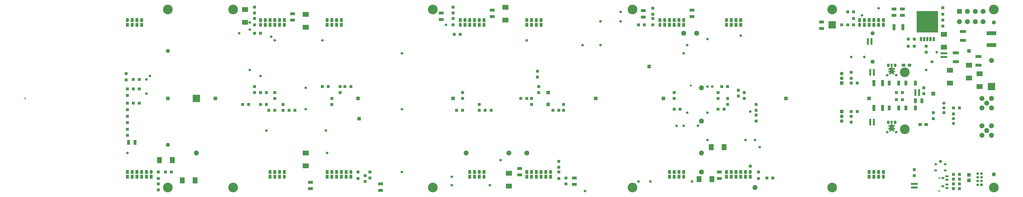
<source format=gts>
*%FSLAX24Y24*%
*%MOIN*%
G01*
%ADD11C,0.0000*%
%ADD12C,0.0050*%
%ADD13C,0.0060*%
%ADD14C,0.0070*%
%ADD15C,0.0073*%
%ADD16C,0.0079*%
%ADD17C,0.0080*%
%ADD18C,0.0098*%
%ADD19C,0.0100*%
%ADD20C,0.0120*%
%ADD21C,0.0140*%
%ADD22C,0.0160*%
%ADD23C,0.0180*%
%ADD24C,0.0180*%
%ADD25C,0.0200*%
%ADD26C,0.0200*%
%ADD27C,0.0250*%
%ADD28C,0.0260*%
%ADD29C,0.0300*%
%ADD30C,0.0300*%
%ADD31C,0.0320*%
%ADD32C,0.0320*%
%ADD33C,0.0340*%
%ADD34C,0.0360*%
%ADD35C,0.0380*%
%ADD36C,0.0394*%
%ADD37C,0.0400*%
%ADD38C,0.0400*%
%ADD39C,0.0434*%
%ADD40C,0.0440*%
%ADD41C,0.0450*%
%ADD42C,0.0500*%
%ADD43C,0.0500*%
%ADD44C,0.0520*%
%ADD45C,0.0540*%
%ADD46C,0.0560*%
%ADD47O,0.0560X0.0850*%
%ADD48C,0.0580*%
%ADD49C,0.0600*%
%ADD50O,0.0600X0.0890*%
%ADD51C,0.0620*%
%ADD52C,0.0640*%
%ADD53C,0.0670*%
%ADD54C,0.0680*%
%ADD55C,0.0700*%
%ADD56C,0.0740*%
%ADD57C,0.0760*%
%ADD58C,0.0800*%
%ADD59C,0.0800*%
%ADD60C,0.0820*%
%ADD61C,0.0827*%
%ADD62C,0.0840*%
%ADD63C,0.0870*%
%ADD64C,0.0900*%
%ADD65C,0.1000*%
%ADD66C,0.1000*%
%ADD67C,0.1040*%
%ADD68C,0.1200*%
%ADD69C,0.1250*%
%ADD70C,0.1500*%
%ADD71C,0.1516*%
%ADD72C,0.1516*%
%ADD73C,0.2000*%
%ADD74C,0.2040*%
%ADD75C,0.2500*%
%ADD76R,0.0200X0.0200*%
%ADD77R,0.0200X0.0500*%
%ADD78R,0.0200X0.0650*%
%ADD79R,0.0200X0.1600*%
%ADD80R,0.0280X0.0600*%
%ADD81R,0.0300X0.0300*%
%ADD82R,0.0320X0.0640*%
%ADD83R,0.0350X0.0550*%
%ADD84R,0.0350X0.0800*%
%ADD85R,0.0360X0.0600*%
%ADD86R,0.0360X0.1300*%
%ADD87R,0.0400X0.0400*%
%ADD88R,0.0400X0.0640*%
%ADD89R,0.0400X0.1350*%
%ADD90R,0.0420X0.0850*%
%ADD91R,0.0440X0.1390*%
%ADD92R,0.0460X0.0890*%
%ADD93R,0.0500X0.0400*%
%ADD94R,0.0500X0.0500*%
%ADD95R,0.0500X0.0500*%
%ADD96R,0.0500X0.1200*%
%ADD97R,0.0540X0.0440*%
%ADD98R,0.0540X0.0540*%
%ADD99R,0.0540X0.0960*%
%ADD100R,0.0550X0.0650*%
%ADD101R,0.0551X0.0394*%
%ADD102R,0.0551X0.1417*%
%ADD103R,0.0560X0.0750*%
%ADD104R,0.0591X0.0984*%
%ADD105R,0.0591X0.0434*%
%ADD106R,0.0600X0.0600*%
%ADD107R,0.0600X0.0600*%
%ADD108R,0.0600X0.0790*%
%ADD109R,0.0600X0.1000*%
%ADD110R,0.0600X0.1250*%
%ADD111R,0.0631X0.1024*%
%ADD112R,0.0640X0.0640*%
%ADD113R,0.0640X0.1040*%
%ADD114R,0.0640X0.1290*%
%ADD115R,0.0700X0.0600*%
%ADD116R,0.0700X0.0700*%
%ADD117R,0.0700X0.0700*%
%ADD118R,0.0740X0.0640*%
%ADD119R,0.0740X0.0740*%
%ADD120R,0.0750X0.0750*%
%ADD121R,0.0790X0.0790*%
%ADD122R,0.0800X0.0800*%
%ADD123R,0.0800X0.0800*%
%ADD124R,0.0800X0.1250*%
%ADD125R,0.0840X0.0840*%
%ADD126R,0.0850X0.0500*%
%ADD127R,0.0890X0.0540*%
%ADD128R,0.0960X0.0540*%
%ADD129R,0.0960X0.1220*%
%ADD130R,0.1000X0.0600*%
%ADD131R,0.1000X0.1000*%
%ADD132R,0.1000X0.1250*%
%ADD133R,0.1040X0.0640*%
%ADD134R,0.1040X0.1040*%
%ADD135R,0.1040X0.1290*%
%ADD136R,0.1102X0.0394*%
%ADD137R,0.1200X0.0500*%
%ADD138R,0.1200X0.0950*%
%ADD139R,0.1200X0.1000*%
%ADD140R,0.1220X0.0960*%
%ADD141R,0.1250X0.0600*%
%ADD142R,0.1250X0.1000*%
%ADD143R,0.1290X0.0640*%
%ADD144R,0.1290X0.1040*%
%ADD145R,0.1300X0.0360*%
%ADD146R,0.1350X0.0400*%
%ADD147R,0.1390X0.0440*%
%ADD148R,0.1500X0.1500*%
%ADD149R,0.1540X0.1540*%
%ADD150R,0.1600X0.1600*%
%ADD151R,0.1700X0.1700*%
%ADD152R,0.1800X0.1800*%
%ADD153R,0.1900X0.0700*%
%ADD154R,0.1900X0.1900*%
%ADD155R,0.2000X0.0750*%
%ADD156R,0.2000X0.2000*%
%ADD157R,0.2040X0.0790*%
%ADD158R,0.2100X0.2100*%
%ADD159R,0.2200X0.2200*%
%ADD160R,0.2300X0.2300*%
%ADD161R,0.2400X0.1800*%
%ADD162R,0.2500X0.2500*%
D11*
X234140Y85810D02*
D03*
X231390Y86560D02*
D03*
Y85060D02*
D03*
Y81810D02*
D03*
X232390Y65560D02*
D03*
X231640Y60810D02*
D03*
X230390Y90060D02*
D03*
Y58810D02*
D03*
Y62810D02*
D03*
X229640Y97310D02*
D03*
Y95060D02*
D03*
X229890Y73810D02*
D03*
Y78810D02*
D03*
X229640Y68060D02*
D03*
X227840Y97360D02*
D03*
X228390Y91560D02*
D03*
X227890Y95060D02*
D03*
X228390Y89560D02*
D03*
X227140Y76060D02*
D03*
Y77810D02*
D03*
Y72060D02*
D03*
Y70310D02*
D03*
X228640Y65810D02*
D03*
X227140Y61810D02*
D03*
Y60310D02*
D03*
Y58810D02*
D03*
X228890Y61060D02*
D03*
X226140Y95060D02*
D03*
X225890Y83060D02*
D03*
X225640Y88810D02*
D03*
X225140Y69060D02*
D03*
Y67560D02*
D03*
Y66060D02*
D03*
X223390Y93810D02*
D03*
X224140Y80060D02*
D03*
X223640Y72060D02*
D03*
X223140Y58310D02*
D03*
X222890Y89560D02*
D03*
X222640Y83060D02*
D03*
X222890Y77810D02*
D03*
X222390Y73310D02*
D03*
Y60310D02*
D03*
X222640Y62060D02*
D03*
X220390Y95560D02*
D03*
X221140D02*
D03*
X221040Y91810D02*
D03*
X219640Y81810D02*
D03*
X219390Y95560D02*
D03*
X219990Y91860D02*
D03*
X220640Y77560D02*
D03*
X219640Y69060D02*
D03*
Y66060D02*
D03*
X219890Y67560D02*
D03*
X220390Y62060D02*
D03*
Y60310D02*
D03*
X219640Y59060D02*
D03*
X218390Y95560D02*
D03*
X218740Y91810D02*
D03*
X217640D02*
D03*
X217890Y84060D02*
D03*
X218140Y85560D02*
D03*
X217640Y95560D02*
D03*
X218640Y89560D02*
D03*
X217890Y88060D02*
D03*
X218390Y76060D02*
D03*
X217390Y60810D02*
D03*
X216390Y82560D02*
D03*
X216640Y93560D02*
D03*
X215890Y92560D02*
D03*
X217140Y73310D02*
D03*
X216890Y71810D02*
D03*
X215890Y60810D02*
D03*
X215140Y59060D02*
D03*
X213890Y85810D02*
D03*
Y67560D02*
D03*
Y69060D02*
D03*
X214140Y66060D02*
D03*
Y63060D02*
D03*
X212390Y91310D02*
D03*
X211890Y85560D02*
D03*
X213140Y88310D02*
D03*
X211890Y69060D02*
D03*
X212140Y66060D02*
D03*
X211390Y61060D02*
D03*
X211140Y97060D02*
D03*
X210140Y88310D02*
D03*
X210890Y79310D02*
D03*
X210740Y77010D02*
D03*
X210140Y73560D02*
D03*
Y72060D02*
D03*
X211140Y63060D02*
D03*
X208240Y77110D02*
D03*
X207640Y79310D02*
D03*
Y69060D02*
D03*
X207140Y82110D02*
D03*
X206140Y85810D02*
D03*
X207390Y67560D02*
D03*
X206090Y70560D02*
D03*
X205890Y63310D02*
D03*
X203890Y90310D02*
D03*
X204140Y82310D02*
D03*
Y84310D02*
D03*
X205440Y73510D02*
D03*
X204640Y68310D02*
D03*
X204890Y61310D02*
D03*
X205390Y58310D02*
D03*
X202740Y85810D02*
D03*
X202640Y94310D02*
D03*
X202690Y75760D02*
D03*
X202890Y77560D02*
D03*
X203140Y66810D02*
D03*
X201640Y68310D02*
D03*
Y63560D02*
D03*
Y65310D02*
D03*
X200890Y97060D02*
D03*
X201190Y70510D02*
D03*
X200140Y66810D02*
D03*
X200890Y60060D02*
D03*
X201140Y58560D02*
D03*
X199140Y69810D02*
D03*
X198890Y75910D02*
D03*
Y77560D02*
D03*
Y73060D02*
D03*
Y74560D02*
D03*
X198140Y97060D02*
D03*
Y89560D02*
D03*
Y83560D02*
D03*
Y82060D02*
D03*
X197890Y80560D02*
D03*
X198640Y63560D02*
D03*
Y65310D02*
D03*
X197890Y60310D02*
D03*
Y58560D02*
D03*
X196890Y86560D02*
D03*
Y88060D02*
D03*
Y85060D02*
D03*
X197140Y70060D02*
D03*
Y66810D02*
D03*
X194390Y94060D02*
D03*
X195640Y71310D02*
D03*
Y68310D02*
D03*
X193890Y77810D02*
D03*
X194140Y66060D02*
D03*
Y70060D02*
D03*
Y68310D02*
D03*
X195640Y65060D02*
D03*
X193890Y63560D02*
D03*
X194640Y61060D02*
D03*
X192640Y91060D02*
D03*
X193640Y75910D02*
D03*
Y74610D02*
D03*
X193690Y73260D02*
D03*
X192640Y71310D02*
D03*
Y68310D02*
D03*
Y65060D02*
D03*
X190640Y94060D02*
D03*
X191090Y70060D02*
D03*
X191140Y66160D02*
D03*
X191540Y73260D02*
D03*
X191140Y68310D02*
D03*
X190390Y60560D02*
D03*
X189390Y82060D02*
D03*
Y83560D02*
D03*
X188640Y91060D02*
D03*
X189390Y85060D02*
D03*
Y86560D02*
D03*
Y88060D02*
D03*
X189140Y80560D02*
D03*
X189640Y71310D02*
D03*
Y68310D02*
D03*
X188140Y70060D02*
D03*
Y68310D02*
D03*
X189640Y65060D02*
D03*
X188390Y63310D02*
D03*
X186640Y89810D02*
D03*
Y94060D02*
D03*
Y71310D02*
D03*
Y68310D02*
D03*
X187890Y60310D02*
D03*
X186640Y65060D02*
D03*
X184640Y91060D02*
D03*
X185190Y75910D02*
D03*
Y73260D02*
D03*
Y74710D02*
D03*
X185390Y78060D02*
D03*
X185140Y70060D02*
D03*
Y68310D02*
D03*
X184890Y66810D02*
D03*
Y65060D02*
D03*
X183140Y68060D02*
D03*
X183890Y63560D02*
D03*
X182640Y94310D02*
D03*
X182890Y72060D02*
D03*
Y78060D02*
D03*
X180390Y82060D02*
D03*
X181140Y75810D02*
D03*
X180640Y73810D02*
D03*
Y71560D02*
D03*
X180540Y68010D02*
D03*
X180390Y80560D02*
D03*
X179140Y86560D02*
D03*
Y83560D02*
D03*
X178140Y82310D02*
D03*
X179390Y89560D02*
D03*
X179640Y77310D02*
D03*
X178640Y73810D02*
D03*
Y71560D02*
D03*
X178140Y67560D02*
D03*
X179640Y63810D02*
D03*
Y65560D02*
D03*
X176890Y89810D02*
D03*
X177640Y85060D02*
D03*
Y88310D02*
D03*
X176640Y77310D02*
D03*
X176240Y74210D02*
D03*
X175390Y89560D02*
D03*
X176140Y94310D02*
D03*
X175890Y85060D02*
D03*
X176140Y71560D02*
D03*
X175140Y68560D02*
D03*
X174640Y74110D02*
D03*
Y72560D02*
D03*
X174890Y70060D02*
D03*
X175390Y59560D02*
D03*
X175140Y65560D02*
D03*
Y64060D02*
D03*
X173140Y91060D02*
D03*
X173890Y93060D02*
D03*
X172390Y88060D02*
D03*
Y85060D02*
D03*
Y83560D02*
D03*
Y82060D02*
D03*
Y86560D02*
D03*
X173740Y71510D02*
D03*
X172640Y60810D02*
D03*
X172140Y89560D02*
D03*
X170890Y77810D02*
D03*
Y73810D02*
D03*
X168390Y96310D02*
D03*
X170140Y69310D02*
D03*
X168890Y72810D02*
D03*
Y70310D02*
D03*
X169890Y63810D02*
D03*
X168140Y67560D02*
D03*
X167390Y85810D02*
D03*
Y79810D02*
D03*
Y69310D02*
D03*
X166140Y96560D02*
D03*
X165140Y88060D02*
D03*
Y77810D02*
D03*
Y79810D02*
D03*
Y67310D02*
D03*
X164890Y73310D02*
D03*
Y70310D02*
D03*
X165140Y63560D02*
D03*
X164140Y89810D02*
D03*
X163140Y95310D02*
D03*
X162940Y74910D02*
D03*
X163140Y73310D02*
D03*
X163390Y71810D02*
D03*
Y70310D02*
D03*
Y68810D02*
D03*
X164140Y61560D02*
D03*
X161740Y86110D02*
D03*
X161640Y67310D02*
D03*
X161890Y62810D02*
D03*
Y65560D02*
D03*
X162140Y59560D02*
D03*
X158640Y79810D02*
D03*
Y78060D02*
D03*
X158740Y58360D02*
D03*
X157390Y88060D02*
D03*
X156640Y80510D02*
D03*
X158140Y62810D02*
D03*
X155440Y78410D02*
D03*
X156140Y58310D02*
D03*
X154640Y65410D02*
D03*
Y62810D02*
D03*
X154740Y59510D02*
D03*
X154390Y84310D02*
D03*
X154440Y67310D02*
D03*
X153640Y78410D02*
D03*
X154390Y81310D02*
D03*
Y79810D02*
D03*
X153140Y62060D02*
D03*
X152640Y90060D02*
D03*
X152390Y94060D02*
D03*
X152640Y85810D02*
D03*
Y84310D02*
D03*
Y82810D02*
D03*
Y81310D02*
D03*
X151540Y65410D02*
D03*
X151640Y62810D02*
D03*
Y59510D02*
D03*
X148890Y89560D02*
D03*
Y97060D02*
D03*
Y94060D02*
D03*
Y74810D02*
D03*
Y73310D02*
D03*
Y71810D02*
D03*
Y70310D02*
D03*
Y68810D02*
D03*
Y67310D02*
D03*
X147440Y74910D02*
D03*
X147390Y58310D02*
D03*
X148390Y62560D02*
D03*
X148540Y65410D02*
D03*
X148640Y59610D02*
D03*
X146640Y85810D02*
D03*
Y84310D02*
D03*
X146040Y72410D02*
D03*
X145940Y70010D02*
D03*
Y74910D02*
D03*
X145140Y67410D02*
D03*
X146390Y60060D02*
D03*
X145240Y65410D02*
D03*
X145390Y63060D02*
D03*
X144640Y87810D02*
D03*
Y86560D02*
D03*
X143640Y92810D02*
D03*
X143890Y74060D02*
D03*
Y67560D02*
D03*
X144140Y61810D02*
D03*
X143590Y63060D02*
D03*
X141390Y94310D02*
D03*
X142440Y78510D02*
D03*
X142140Y72060D02*
D03*
X141890Y67560D02*
D03*
X140390Y97060D02*
D03*
X139640Y82810D02*
D03*
Y85810D02*
D03*
Y84310D02*
D03*
X139390Y92810D02*
D03*
X140390Y73560D02*
D03*
Y72060D02*
D03*
Y70560D02*
D03*
X140640Y69060D02*
D03*
X139640Y81310D02*
D03*
X137890Y88810D02*
D03*
X137140Y86560D02*
D03*
X138540Y67310D02*
D03*
X137640Y78210D02*
D03*
X138640Y65560D02*
D03*
X136340Y80610D02*
D03*
X136390Y65560D02*
D03*
X135390Y88810D02*
D03*
X134890Y82810D02*
D03*
Y84310D02*
D03*
Y85810D02*
D03*
Y79560D02*
D03*
X134140Y72060D02*
D03*
Y70560D02*
D03*
Y69060D02*
D03*
Y75060D02*
D03*
Y73560D02*
D03*
X132390Y97060D02*
D03*
X132890Y94560D02*
D03*
X131890Y91560D02*
D03*
X132940Y77810D02*
D03*
X132040Y67510D02*
D03*
X132390Y63810D02*
D03*
X132890Y59310D02*
D03*
X129640Y97060D02*
D03*
Y88810D02*
D03*
X129890Y85810D02*
D03*
X130390Y64060D02*
D03*
X130140Y59310D02*
D03*
X127890Y91560D02*
D03*
X128440Y75310D02*
D03*
X126640Y96060D02*
D03*
Y67810D02*
D03*
X126390Y72060D02*
D03*
Y70560D02*
D03*
X126140Y77210D02*
D03*
X126640Y64810D02*
D03*
X123390Y95810D02*
D03*
X124640Y67810D02*
D03*
X124390Y72060D02*
D03*
X124640Y69810D02*
D03*
Y64810D02*
D03*
X122640Y86060D02*
D03*
Y89060D02*
D03*
X122140Y84310D02*
D03*
Y82810D02*
D03*
X122640Y75310D02*
D03*
X122440Y68110D02*
D03*
X123240Y77210D02*
D03*
X122390Y70560D02*
D03*
Y72060D02*
D03*
X122140Y81310D02*
D03*
X122640Y64810D02*
D03*
X122140Y62810D02*
D03*
Y61310D02*
D03*
X120640Y95310D02*
D03*
X120390Y84310D02*
D03*
Y81310D02*
D03*
X120340Y79710D02*
D03*
X120240Y73610D02*
D03*
X117740Y68010D02*
D03*
X118640Y59560D02*
D03*
X117640Y65060D02*
D03*
X117140Y97310D02*
D03*
X116390Y89060D02*
D03*
X115540Y77210D02*
D03*
X115640Y75610D02*
D03*
X116640Y59560D02*
D03*
X112640Y77560D02*
D03*
Y75810D02*
D03*
X112140Y67560D02*
D03*
X112390Y79810D02*
D03*
Y62810D02*
D03*
Y61810D02*
D03*
Y60310D02*
D03*
X112140Y65060D02*
D03*
X110640Y85310D02*
D03*
X110390Y89060D02*
D03*
X109890Y91810D02*
D03*
X109640Y94310D02*
D03*
X110390Y73560D02*
D03*
X110140Y70560D02*
D03*
Y69060D02*
D03*
X109640Y72060D02*
D03*
X107840Y75110D02*
D03*
Y77310D02*
D03*
X108140Y72060D02*
D03*
X107390Y89060D02*
D03*
X107640Y91810D02*
D03*
X107140Y82310D02*
D03*
Y85060D02*
D03*
X106390Y67560D02*
D03*
X106640Y73610D02*
D03*
X106390Y65060D02*
D03*
X105690Y82210D02*
D03*
X104890Y86060D02*
D03*
X104640Y62560D02*
D03*
X103140Y83060D02*
D03*
Y86060D02*
D03*
Y87810D02*
D03*
Y81060D02*
D03*
X102740Y70010D02*
D03*
X103140Y60310D02*
D03*
X101640Y92310D02*
D03*
X100640Y67810D02*
D03*
Y77810D02*
D03*
Y64810D02*
D03*
X98140Y94310D02*
D03*
X98390Y80260D02*
D03*
X98640Y77810D02*
D03*
X99640Y60060D02*
D03*
X97640Y83060D02*
D03*
X96640Y84560D02*
D03*
X96390Y86060D02*
D03*
X96640Y81560D02*
D03*
X96390Y87560D02*
D03*
X96640Y90810D02*
D03*
X97640Y63060D02*
D03*
X94640Y91060D02*
D03*
X94890Y84560D02*
D03*
X95140Y77210D02*
D03*
Y75510D02*
D03*
Y70110D02*
D03*
Y63060D02*
D03*
Y65060D02*
D03*
X93140Y86060D02*
D03*
X93390Y83060D02*
D03*
X92840Y92210D02*
D03*
X92890Y87560D02*
D03*
X92390Y94060D02*
D03*
X93140Y78360D02*
D03*
X93340Y74910D02*
D03*
X93540Y70110D02*
D03*
X92690Y81010D02*
D03*
X92640Y76010D02*
D03*
Y77210D02*
D03*
X92140Y65060D02*
D03*
X91640Y91060D02*
D03*
X91890Y67560D02*
D03*
X91640Y70560D02*
D03*
Y71560D02*
D03*
X90140Y73710D02*
D03*
X91640Y62560D02*
D03*
X89640Y79810D02*
D03*
Y78260D02*
D03*
X89890Y60310D02*
D03*
X88390Y72060D02*
D03*
Y70560D02*
D03*
Y73560D02*
D03*
X87890Y86060D02*
D03*
Y83060D02*
D03*
X87140Y93060D02*
D03*
X87390Y95560D02*
D03*
X86640Y87560D02*
D03*
X86390Y83060D02*
D03*
X87140Y67560D02*
D03*
X87690Y79810D02*
D03*
X87640Y78310D02*
D03*
X87390Y75310D02*
D03*
X86390Y77310D02*
D03*
X87140Y64560D02*
D03*
X86040Y85910D02*
D03*
X84640Y95310D02*
D03*
X85340Y80810D02*
D03*
X84940Y68010D02*
D03*
X84390Y72060D02*
D03*
X85140Y60610D02*
D03*
X83990Y82610D02*
D03*
X84140Y79810D02*
D03*
Y78310D02*
D03*
Y77310D02*
D03*
X83890Y70560D02*
D03*
X82690Y68260D02*
D03*
X82640Y71810D02*
D03*
X81940Y87260D02*
D03*
X81640Y92310D02*
D03*
X80390Y89310D02*
D03*
X80940Y70460D02*
D03*
Y63360D02*
D03*
X80190Y82460D02*
D03*
X80040Y74710D02*
D03*
Y72510D02*
D03*
X79640Y71060D02*
D03*
Y68060D02*
D03*
X80140Y61310D02*
D03*
X78640Y65060D02*
D03*
X77690Y86760D02*
D03*
X77640Y83310D02*
D03*
X76640Y80060D02*
D03*
Y78060D02*
D03*
Y75810D02*
D03*
X77140Y60310D02*
D03*
X75640Y89310D02*
D03*
X76140Y91560D02*
D03*
X76190Y86760D02*
D03*
X75890Y73060D02*
D03*
X73890Y94310D02*
D03*
X74390Y73060D02*
D03*
Y59810D02*
D03*
X72840Y62160D02*
D03*
X71640Y89310D02*
D03*
Y85810D02*
D03*
X72140Y59810D02*
D03*
X70140Y94310D02*
D03*
X68640Y59810D02*
D03*
X67640Y89310D02*
D03*
Y83260D02*
D03*
X67390Y84560D02*
D03*
X67640Y80410D02*
D03*
X68040Y72810D02*
D03*
X66840Y70210D02*
D03*
Y76410D02*
D03*
X67890Y61560D02*
D03*
X64640Y94310D02*
D03*
Y70110D02*
D03*
X64740Y67910D02*
D03*
X64390Y92060D02*
D03*
X64590Y81760D02*
D03*
X63890Y90060D02*
D03*
X64440Y76410D02*
D03*
X63390Y62060D02*
D03*
X61640Y74310D02*
D03*
X62640Y64810D02*
D03*
X61140Y59560D02*
D03*
X61390Y61310D02*
D03*
X60390Y87310D02*
D03*
X59890Y85310D02*
D03*
X59140Y92060D02*
D03*
Y61310D02*
D03*
X58140Y67560D02*
D03*
X57890Y96560D02*
D03*
X56890Y86810D02*
D03*
X57640Y94310D02*
D03*
X56890Y81810D02*
D03*
Y83310D02*
D03*
X56840Y85410D02*
D03*
X56940Y72510D02*
D03*
X56890Y70310D02*
D03*
X56640Y89810D02*
D03*
X55640Y94310D02*
D03*
X56640Y64810D02*
D03*
X53890Y84060D02*
D03*
X54390Y82560D02*
D03*
X54440Y92260D02*
D03*
X52890Y86810D02*
D03*
Y91710D02*
D03*
Y89310D02*
D03*
X54390Y78810D02*
D03*
Y80810D02*
D03*
Y70310D02*
D03*
X54540Y72510D02*
D03*
X53640Y67560D02*
D03*
X52890Y70310D02*
D03*
X53140Y72510D02*
D03*
Y75060D02*
D03*
Y78060D02*
D03*
X53390Y60060D02*
D03*
X53640Y65060D02*
D03*
X51140Y86810D02*
D03*
X51240Y92310D02*
D03*
X51140Y84310D02*
D03*
Y80810D02*
D03*
D33*
X221890Y61060D02*
D03*
Y58310D02*
D03*
X209140Y93310D02*
D03*
X122140D02*
D03*
X211490Y71010D02*
D03*
X212440Y72010D02*
D03*
X211340D02*
D03*
X212440Y71460D02*
D03*
X211340D02*
D03*
X212290Y71010D02*
D03*
X211490Y83010D02*
D03*
X212440Y84010D02*
D03*
X211340D02*
D03*
X212440Y83460D02*
D03*
X211340D02*
D03*
X212290Y83010D02*
D03*
X29640Y77810D02*
D03*
D39*
X233390Y93810D02*
D03*
Y61810D02*
D03*
X59640Y87810D02*
D03*
Y68060D02*
D03*
D40*
X169640Y80560D02*
D03*
D45*
X221390Y87560D02*
D03*
X219140Y83810D02*
D03*
X209140Y96810D02*
D03*
X206140Y86560D02*
D03*
X205640Y95310D02*
D03*
X203390Y86560D02*
D03*
X184140Y67560D02*
D03*
X183140Y69060D02*
D03*
X182140Y75060D02*
D03*
X180140Y91060D02*
D03*
X181140Y69060D02*
D03*
X173140Y90310D02*
D03*
Y69060D02*
D03*
Y80310D02*
D03*
Y74810D02*
D03*
X174140Y80310D02*
D03*
X171140Y72060D02*
D03*
X168890Y89060D02*
D03*
Y74810D02*
D03*
X169890Y60310D02*
D03*
X168140Y87310D02*
D03*
Y72060D02*
D03*
X166640D02*
D03*
X161140Y60310D02*
D03*
X158640D02*
D03*
X154890Y96060D02*
D03*
Y94060D02*
D03*
X150640Y89060D02*
D03*
Y94060D02*
D03*
X146890Y89060D02*
D03*
X147390Y58310D02*
D03*
X135140Y90060D02*
D03*
X129640Y64810D02*
D03*
X127390Y59560D02*
D03*
X118140Y93310D02*
D03*
X119390Y61310D02*
D03*
Y59560D02*
D03*
X108890Y87310D02*
D03*
Y75560D02*
D03*
Y62310D02*
D03*
X92140Y90060D02*
D03*
X93140Y66310D02*
D03*
X92890Y71060D02*
D03*
X88640Y80060D02*
D03*
Y75560D02*
D03*
X81390Y90810D02*
D03*
X82140Y90060D02*
D03*
X80390Y71060D02*
D03*
X79140Y82560D02*
D03*
X76890Y83810D02*
D03*
Y93810D02*
D03*
Y92310D02*
D03*
X74640Y91560D02*
D03*
X55140Y81810D02*
D03*
X55890Y82560D02*
D03*
X55140Y78810D02*
D03*
X51140Y66310D02*
D03*
X212840Y70710D02*
D03*
X210940D02*
D03*
X212840Y82710D02*
D03*
X210940D02*
D03*
X230784Y60416D02*
D03*
Y61204D02*
D03*
Y61991D02*
D03*
X229996Y59629D02*
D03*
Y60416D02*
D03*
Y61204D02*
D03*
Y61991D02*
D03*
D50*
X84140Y61310D02*
D03*
X121140Y93310D02*
D03*
X135140Y94310D02*
D03*
X177140D02*
D03*
X163140Y93310D02*
D03*
X205140D02*
D03*
X210140Y61310D02*
D03*
X182140Y62310D02*
D03*
X168140Y61310D02*
D03*
X140140Y62310D02*
D03*
X126140Y61310D02*
D03*
X98140Y62310D02*
D03*
X93140Y94310D02*
D03*
X79140Y93310D02*
D03*
X51140Y94310D02*
D03*
X56140Y62310D02*
D03*
D52*
X222140Y64560D02*
D03*
X220390Y85560D02*
D03*
X224890Y72560D02*
D03*
Y73560D02*
D03*
X222890Y76810D02*
D03*
Y75810D02*
D03*
D56*
X201390Y82060D02*
D03*
Y83060D02*
D03*
Y74060D02*
D03*
Y73060D02*
D03*
D61*
X233390Y93810D02*
D03*
Y61810D02*
D03*
X59640Y87810D02*
D03*
Y68060D02*
D03*
D62*
X207890Y91560D02*
D03*
Y85560D02*
D03*
D67*
X232890Y85810D02*
D03*
X183140Y59060D02*
D03*
X170890Y91560D02*
D03*
X171890Y80060D02*
D03*
Y73060D02*
D03*
Y66310D02*
D03*
Y62310D02*
D03*
X168140Y91560D02*
D03*
X135140Y66310D02*
D03*
X131390D02*
D03*
X122390D02*
D03*
X65640D02*
D03*
X231120Y93977D02*
D03*
X229467D02*
D03*
X227813D02*
D03*
X226160D02*
D03*
X231120Y96143D02*
D03*
X229467D02*
D03*
X227813D02*
D03*
X232890Y77810D02*
D03*
X230890Y75810D02*
D03*
X232890D02*
D03*
X230890Y77810D02*
D03*
X231890Y76810D02*
D03*
X232890Y72060D02*
D03*
X230890Y70060D02*
D03*
X232890D02*
D03*
X230890Y72060D02*
D03*
X231890Y71060D02*
D03*
D74*
X115390Y96560D02*
D03*
X157390D02*
D03*
X214640Y71310D02*
D03*
X199390Y96560D02*
D03*
X214640Y83310D02*
D03*
X233390Y96560D02*
D03*
Y59060D02*
D03*
X199390D02*
D03*
X157390D02*
D03*
X115390D02*
D03*
X73390Y96560D02*
D03*
X59640D02*
D03*
X73390Y59060D02*
D03*
X59640D02*
D03*
D77*
X211890Y72360D02*
D03*
Y84360D02*
D03*
D79*
Y72110D02*
D03*
Y84110D02*
D03*
D82*
X211140Y72810D02*
D03*
X212640D02*
D03*
X211140Y84810D02*
D03*
X212640D02*
D03*
D88*
X211890Y72810D02*
D03*
Y84810D02*
D03*
D91*
X207640Y89810D02*
D03*
X206890D02*
D03*
X207390Y72810D02*
D03*
X208140D02*
D03*
X207390Y83310D02*
D03*
X208140D02*
D03*
X216890Y79060D02*
D03*
X217640D02*
D03*
D92*
X218050Y90310D02*
D03*
X218720D02*
D03*
X219390D02*
D03*
X220060D02*
D03*
X220730D02*
D03*
D97*
X223140Y63960D02*
D03*
Y62660D02*
D03*
X221140Y63960D02*
D03*
Y62660D02*
D03*
D98*
X230784Y59629D02*
D03*
D100*
X212615Y72785D02*
D03*
X211165D02*
D03*
X212615Y84785D02*
D03*
X211165D02*
D03*
D105*
X223506Y60686D02*
D03*
X222640Y61060D02*
D03*
X223506Y61434D02*
D03*
Y58936D02*
D03*
X222640Y59310D02*
D03*
X223506Y59684D02*
D03*
D108*
X84140Y62310D02*
D03*
X81140D02*
D03*
X83140D02*
D03*
Y61310D02*
D03*
X82140D02*
D03*
X81140D02*
D03*
X82140Y62310D02*
D03*
X123140Y94310D02*
D03*
X126140D02*
D03*
Y93310D02*
D03*
X125140Y94310D02*
D03*
Y93310D02*
D03*
X124140D02*
D03*
X121140Y94310D02*
D03*
X124140D02*
D03*
X122140D02*
D03*
Y93310D02*
D03*
X123140D02*
D03*
X135140D02*
D03*
X138140D02*
D03*
X136140D02*
D03*
Y94310D02*
D03*
X137140D02*
D03*
X138140D02*
D03*
X137140Y93310D02*
D03*
X177140D02*
D03*
X180140D02*
D03*
X178140D02*
D03*
Y94310D02*
D03*
X179140D02*
D03*
X180140D02*
D03*
X179140Y93310D02*
D03*
X165140Y94310D02*
D03*
X168140D02*
D03*
Y93310D02*
D03*
X167140Y94310D02*
D03*
Y93310D02*
D03*
X166140D02*
D03*
X163140Y94310D02*
D03*
X166140D02*
D03*
X164140D02*
D03*
Y93310D02*
D03*
X165140D02*
D03*
X207140Y94310D02*
D03*
X210140D02*
D03*
Y93310D02*
D03*
X209140Y94310D02*
D03*
Y93310D02*
D03*
X208140D02*
D03*
X205140Y94310D02*
D03*
X208140D02*
D03*
X206140D02*
D03*
Y93310D02*
D03*
X207140D02*
D03*
X210140Y62310D02*
D03*
X207140D02*
D03*
X209140D02*
D03*
Y61310D02*
D03*
X208140D02*
D03*
X207140D02*
D03*
X208140Y62310D02*
D03*
X180140Y61310D02*
D03*
X177140D02*
D03*
Y62310D02*
D03*
X178140Y61310D02*
D03*
Y62310D02*
D03*
X179140D02*
D03*
X182140Y61310D02*
D03*
X179140D02*
D03*
X181140D02*
D03*
Y62310D02*
D03*
X180140D02*
D03*
X168140D02*
D03*
X165140D02*
D03*
X167140D02*
D03*
Y61310D02*
D03*
X166140D02*
D03*
X165140D02*
D03*
X166140Y62310D02*
D03*
X138140Y61310D02*
D03*
X135140D02*
D03*
Y62310D02*
D03*
X136140Y61310D02*
D03*
Y62310D02*
D03*
X137140D02*
D03*
X140140Y61310D02*
D03*
X137140D02*
D03*
X139140D02*
D03*
Y62310D02*
D03*
X138140D02*
D03*
X126140D02*
D03*
X123140D02*
D03*
X125140D02*
D03*
Y61310D02*
D03*
X124140D02*
D03*
X123140D02*
D03*
X124140Y62310D02*
D03*
X96140Y61310D02*
D03*
X93140D02*
D03*
Y62310D02*
D03*
X94140Y61310D02*
D03*
Y62310D02*
D03*
X95140D02*
D03*
X98140Y61310D02*
D03*
X95140D02*
D03*
X97140D02*
D03*
Y62310D02*
D03*
X96140D02*
D03*
X93140Y93310D02*
D03*
X96140D02*
D03*
X94140D02*
D03*
Y94310D02*
D03*
X95140D02*
D03*
X96140D02*
D03*
X95140Y93310D02*
D03*
X81140Y94310D02*
D03*
X84140D02*
D03*
Y93310D02*
D03*
X83140Y94310D02*
D03*
Y93310D02*
D03*
X82140D02*
D03*
X79140Y94310D02*
D03*
X82140D02*
D03*
X80140D02*
D03*
Y93310D02*
D03*
X81140D02*
D03*
X51140D02*
D03*
X54140D02*
D03*
X52140D02*
D03*
Y94310D02*
D03*
X53140D02*
D03*
X54140D02*
D03*
X53140Y93310D02*
D03*
X54140Y61310D02*
D03*
X51140D02*
D03*
Y62310D02*
D03*
X52140Y61310D02*
D03*
Y62310D02*
D03*
X53140D02*
D03*
X56140Y61310D02*
D03*
X53140D02*
D03*
X55140D02*
D03*
Y62310D02*
D03*
X54140D02*
D03*
D111*
X216890Y81060D02*
D03*
X214890D02*
D03*
X216890Y75810D02*
D03*
X214890D02*
D03*
X213390D02*
D03*
X211390D02*
D03*
X213390Y81060D02*
D03*
X211390D02*
D03*
D112*
X77890Y79060D02*
D03*
Y80310D02*
D03*
X76640Y76560D02*
D03*
X75390D02*
D03*
X83890D02*
D03*
Y75310D02*
D03*
X85140D02*
D03*
X86390D02*
D03*
X82140D02*
D03*
X80890D02*
D03*
X80390Y76560D02*
D03*
X79140D02*
D03*
X80390Y79060D02*
D03*
X79140D02*
D03*
X82140D02*
D03*
Y77810D02*
D03*
X137390Y82310D02*
D03*
Y83560D02*
D03*
X141890Y75310D02*
D03*
X140640D02*
D03*
X142890Y76560D02*
D03*
Y75310D02*
D03*
X137640Y79060D02*
D03*
Y80310D02*
D03*
X135140Y77810D02*
D03*
X133890D02*
D03*
X136140Y76560D02*
D03*
Y77810D02*
D03*
X126390Y75310D02*
D03*
X127640D02*
D03*
X125140Y76560D02*
D03*
Y75310D02*
D03*
X121640D02*
D03*
X120390D02*
D03*
X121640Y79060D02*
D03*
Y77810D02*
D03*
X119640Y95810D02*
D03*
Y97060D02*
D03*
X119890Y91310D02*
D03*
X121140D02*
D03*
X119640Y94660D02*
D03*
Y93310D02*
D03*
X161640Y95560D02*
D03*
Y96810D02*
D03*
X159890Y93310D02*
D03*
X158640D02*
D03*
X161640Y94660D02*
D03*
Y93310D02*
D03*
X166140Y75560D02*
D03*
X167390D02*
D03*
X166140Y79060D02*
D03*
Y77810D02*
D03*
X177390Y80310D02*
D03*
X176140D02*
D03*
X175390Y79060D02*
D03*
Y77810D02*
D03*
Y75560D02*
D03*
X176640D02*
D03*
X177390Y76560D02*
D03*
Y77810D02*
D03*
X179640Y78310D02*
D03*
Y79560D02*
D03*
X180890Y79060D02*
D03*
Y77810D02*
D03*
X183390Y74310D02*
D03*
Y73060D02*
D03*
Y76560D02*
D03*
Y75310D02*
D03*
X202640Y96060D02*
D03*
X203890D02*
D03*
X201390Y93310D02*
D03*
X202640D02*
D03*
X203890Y94660D02*
D03*
Y93310D02*
D03*
X203390Y83310D02*
D03*
Y82060D02*
D03*
Y81060D02*
D03*
X204640D02*
D03*
X203390Y75060D02*
D03*
X204640D02*
D03*
X203390Y72810D02*
D03*
Y74060D02*
D03*
X224890Y75810D02*
D03*
X226140D02*
D03*
X224890Y74560D02*
D03*
X222890Y74810D02*
D03*
X220640D02*
D03*
Y73560D02*
D03*
X218640Y78810D02*
D03*
Y80060D02*
D03*
X214140Y77560D02*
D03*
X212890D02*
D03*
X214140Y79060D02*
D03*
X212890D02*
D03*
X216640Y88810D02*
D03*
X215390D02*
D03*
X216640Y90310D02*
D03*
X215390D02*
D03*
X219140Y87560D02*
D03*
Y88810D02*
D03*
X222640Y96910D02*
D03*
Y95560D02*
D03*
Y93060D02*
D03*
Y94310D02*
D03*
X224890Y59810D02*
D03*
X226140D02*
D03*
Y58810D02*
D03*
X224890D02*
D03*
X226140Y61810D02*
D03*
X224890D02*
D03*
X226140Y60810D02*
D03*
X224890D02*
D03*
X216640Y62810D02*
D03*
Y61560D02*
D03*
X186890Y61060D02*
D03*
X185640D02*
D03*
X183890Y60960D02*
D03*
Y62310D02*
D03*
X182140Y63560D02*
D03*
X143390Y59810D02*
D03*
Y61060D02*
D03*
X141890Y64560D02*
D03*
Y63310D02*
D03*
Y60960D02*
D03*
Y62310D02*
D03*
X102140D02*
D03*
Y61060D02*
D03*
X101140Y60310D02*
D03*
Y61560D02*
D03*
X99640Y60960D02*
D03*
Y62310D02*
D03*
X94140Y76560D02*
D03*
Y77810D02*
D03*
X95890Y79060D02*
D03*
Y80310D02*
D03*
X96890D02*
D03*
X98140D02*
D03*
X93390D02*
D03*
X92140D02*
D03*
X77890Y91560D02*
D03*
X79140D02*
D03*
X77890Y94660D02*
D03*
Y93310D02*
D03*
Y97060D02*
D03*
Y95810D02*
D03*
X57640Y58560D02*
D03*
Y59810D02*
D03*
X60390Y62310D02*
D03*
X59140D02*
D03*
X57640Y60960D02*
D03*
Y62310D02*
D03*
X51140Y71310D02*
D03*
Y70060D02*
D03*
Y72710D02*
D03*
Y74060D02*
D03*
X50890Y81710D02*
D03*
Y83060D02*
D03*
X52390Y81810D02*
D03*
X53640D02*
D03*
X51140Y78460D02*
D03*
Y79810D02*
D03*
X52390D02*
D03*
X53640D02*
D03*
X52390Y76810D02*
D03*
X53640D02*
D03*
X51140Y75460D02*
D03*
Y76810D02*
D03*
D113*
X216890Y77310D02*
D03*
X218240D02*
D03*
X51390Y68560D02*
D03*
X52740D02*
D03*
D114*
X214240Y92810D02*
D03*
X212390D02*
D03*
X209990Y75810D02*
D03*
X208140D02*
D03*
X209990Y81060D02*
D03*
X208140D02*
D03*
D118*
X219140Y72310D02*
D03*
X217890D02*
D03*
X215640Y84810D02*
D03*
X214390D02*
D03*
D119*
X149640Y77810D02*
D03*
X139640Y76560D02*
D03*
Y79060D02*
D03*
X119640Y77810D02*
D03*
X160890Y84560D02*
D03*
X163890Y77810D02*
D03*
X189640D02*
D03*
X201390Y81060D02*
D03*
Y75060D02*
D03*
X207140Y77810D02*
D03*
X228140Y87810D02*
D03*
Y61710D02*
D03*
Y60560D02*
D03*
X99890Y73560D02*
D03*
X99640Y77810D02*
D03*
X59640D02*
D03*
X69640D02*
D03*
D121*
X217640Y95510D02*
X221140D01*
D124*
X211890Y71635D02*
D03*
D03*
Y83635D02*
D03*
D03*
D125*
X220640Y78810D02*
D03*
D127*
X211890Y71560D02*
D03*
Y83560D02*
D03*
D133*
X89640Y58810D02*
D03*
Y60160D02*
D03*
X117140Y95810D02*
D03*
Y94460D02*
D03*
X127890Y95060D02*
D03*
Y96410D02*
D03*
X169890Y95060D02*
D03*
Y96410D02*
D03*
X159640Y96310D02*
D03*
Y94960D02*
D03*
X214140Y95310D02*
D03*
Y96660D02*
D03*
X212390Y95310D02*
D03*
Y96660D02*
D03*
X197140Y92560D02*
D03*
Y93910D02*
D03*
X175640Y62310D02*
D03*
Y60960D02*
D03*
X145140Y61060D02*
D03*
Y59710D02*
D03*
X133640Y63060D02*
D03*
Y61710D02*
D03*
X104390Y59810D02*
D03*
Y58460D02*
D03*
X85890Y94310D02*
D03*
Y95660D02*
D03*
D134*
X226160Y96143D02*
D03*
D135*
X176640Y67560D02*
D03*
X173940D02*
D03*
X171390Y60810D02*
D03*
X174090D02*
D03*
X65390Y60560D02*
D03*
X62690D02*
D03*
X57890Y64810D02*
D03*
X60590D02*
D03*
D143*
X225390Y87410D02*
D03*
Y85560D02*
D03*
X226890Y91910D02*
D03*
Y90060D02*
D03*
X230140Y86660D02*
D03*
Y84810D02*
D03*
D144*
X88640Y66310D02*
D03*
Y63610D02*
D03*
X130640Y94310D02*
D03*
Y97010D02*
D03*
X224140Y81060D02*
D03*
Y83760D02*
D03*
X222890Y91310D02*
D03*
Y88610D02*
D03*
X228140Y84810D02*
D03*
Y82110D02*
D03*
X230390Y80310D02*
D03*
Y83010D02*
D03*
X131390Y62060D02*
D03*
Y59360D02*
D03*
X88640Y92810D02*
D03*
Y95510D02*
D03*
X75890Y96560D02*
D03*
Y93860D02*
D03*
D147*
X222890Y86560D02*
D03*
Y87310D02*
D03*
X216640Y59810D02*
D03*
Y59060D02*
D03*
D149*
X199390Y93310D02*
D03*
X232890Y80310D02*
D03*
X65640Y77810D02*
D03*
D157*
X232890Y91560D02*
D03*
Y89060D02*
D03*
D162*
X218390Y92960D02*
X220390D01*
Y94960D01*
X218390D01*
Y92960D01*
X218970Y94365D02*
X219810D01*
Y94655D01*
X218970D01*
Y94365D01*
D02*
M02*

</source>
